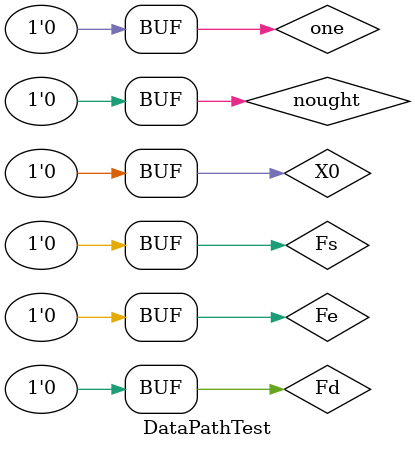
<source format=v>
`timescale 1ns / 1ps


module DataPathTest;

	// Inputs
	reg X0;
	reg Fe;
	reg Fs;
	reg Fd;
	reg nought;
	reg one;

	// Outputs
	wire ackt;
	wire bitt1;
	wire bitt2;

	// Instantiate the Unit Under Test (UUT)
	DataPath uut (
		.X0(X0), 
		.Fe(Fe), 
		.Fs(Fs), 
		.Fd(Fd), 
		.nought(nought), 
		.one(one), 
		.ackt(ackt), 
		.bitt1(bitt1), 
		.bitt2(bitt2)
	);

	initial begin
		// Initialize Inputs
		X0 = 0;
		Fe = 0;
		Fs = 0;
		Fd = 0;
		nought = 0;
		one = 0;

		// Wait 100 ns for global reset to finish
		#100;
        X0 = 1;
		  #10;
		  X0 = 0;
		  #400;
		  
		  Fs = 1;
		  #10;
		  Fs = 0;
		  #400;
		  
		  Fd = 1;
		  #10;
		  Fd = 0;
		  #400;
		  
		  Fe = 1;
		  #10;
		  Fe = 0;
		  #400;
		  
		  nought = 1;
		  #10;
		  nought = 0;
		  #400;
		  
		  one = 1;
		  #10;
		  one = 0;
		  #400;
		// Add stimulus here

	end
      
endmodule


</source>
